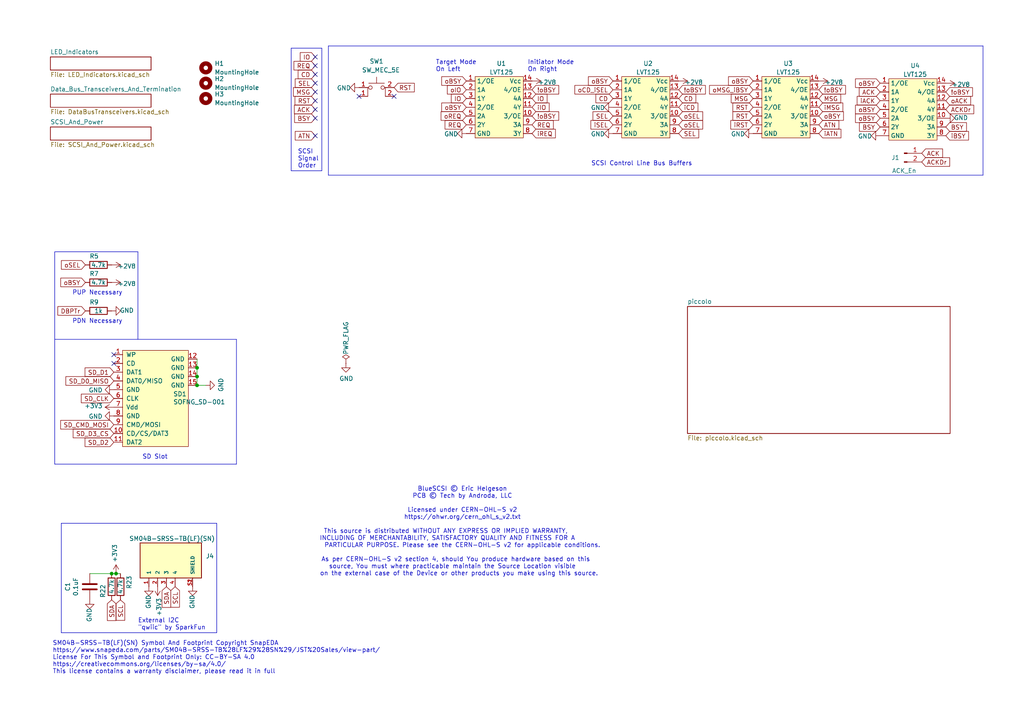
<source format=kicad_sch>
(kicad_sch (version 20231120) (generator "eeschema") (generator_version "8.0")
  (paper "A4")
  (title_block (title "BlueSCSI V2, Desktop 50 Pin, Top Connector, 2023.10a") (date "October 2023") (rev "1") (company "Tech by Androda, LLC"))
  (lib_symbols
    (symbol "Connector:Conn_01x02_Male" (pin_names (offset 1.016) hide)
      (property "Reference" "J" (at 0 2.54 0))
      (property "Value" "Conn_01x02_Male" (at 0 -5.08 0))
      (symbol "Conn_01x02_Male_1_1"
        (polyline (pts (xy 1.27 -2.54) (xy 0.8636 -2.54)) (stroke (width 0.1524)))
        (polyline (pts (xy 1.27 0) (xy 0.8636 0)) (stroke (width 0.1524)))
        (rectangle (start 0.8636 -2.413) (end 0 -2.667) (stroke (width 0.1524)) (fill (type outline)))
        (rectangle (start 0.8636 0.127) (end 0 -0.127) (stroke (width 0.1524)) (fill (type outline)))
        (pin passive line (at 5.08 0 180) (length 3.81) (name "Pin_1") (number "1"))
        (pin passive line (at 5.08 -2.54 180) (length 3.81) (name "Pin_2") (number "2"))
      )
    )
    (symbol "Device:C" (pin_numbers hide) (pin_names (offset 0.254))
      (property "Reference" "C" (at 0.635 2.54 0))
      (property "Value" "C" (at 0.635 -2.54 0))
      (symbol "C_0_1"
        (polyline (pts (xy -2.032 -0.762) (xy 2.032 -0.762)) (stroke (width 0.508)))
        (polyline (pts (xy -2.032 0.762) (xy 2.032 0.762)) (stroke (width 0.508)))
      )
      (symbol "C_1_1"
        (pin passive line (at 0 3.81 270) (length 2.794) (name "~") (number "1"))
        (pin passive line (at 0 -3.81 90) (length 2.794) (name "~") (number "2"))
      )
    )
    (symbol "Device:R" (pin_numbers hide) (pin_names (offset 0))
      (property "Reference" "R" (at 2.032 0 90))
      (property "Value" "R" (at 0 0 90))
      (symbol "R_0_1"
        (rectangle (start -1.016 -2.54) (end 1.016 2.54) (stroke (width 0.254)))
      )
      (symbol "R_1_1"
        (pin passive line (at 0 3.81 270) (length 1.27) (name "~") (number "1"))
        (pin passive line (at 0 -3.81 90) (length 1.27) (name "~") (number "2"))
      )
    )
    (symbol "Mechanical:MountingHole" (pin_names (offset 1.016))
      (property "Reference" "H" (at 0 5.08 0))
      (property "Value" "MountingHole" (at 0 3.175 0))
      (symbol "MountingHole_0_1"
        (circle (center 0 0) (radius 1.27) (stroke (width 1.27)))
      )
    )
    (symbol "New_Library:LVT125"
      (property "Reference" "U" (at 0 0 0))
      (property "Value" "LVT125" (at 0 2.54 0))
      (symbol "LVT125_0_1"
        (rectangle (start -7.62 -1.27) (end 6.35 -19.05) (fill (type background)))
        (rectangle (start 7.62 -12.7) (end 7.62 -12.7))
      )
      (symbol "LVT125_1_1"
        (pin input line (at -10.16 -2.54 0) (length 2.54) (name "1/OE") (number "1"))
        (pin bidirectional line (at 8.89 -12.7 180) (length 2.54) (name "3/OE") (number "10"))
        (pin bidirectional line (at 8.89 -10.16 180) (length 2.54) (name "4Y") (number "11"))
        (pin bidirectional line (at 8.89 -7.62 180) (length 2.54) (name "4A") (number "12"))
        (pin bidirectional line (at 8.89 -5.08 180) (length 2.54) (name "4/OE") (number "13"))
        (pin bidirectional line (at 8.89 -2.54 180) (length 2.54) (name "Vcc") (number "14"))
        (pin bidirectional line (at -10.16 -5.08 0) (length 2.54) (name "1A") (number "2"))
        (pin bidirectional line (at -10.16 -7.62 0) (length 2.54) (name "1Y") (number "3"))
        (pin bidirectional line (at -10.16 -10.16 0) (length 2.54) (name "2/OE") (number "4"))
        (pin bidirectional line (at -10.16 -12.7 0) (length 2.54) (name "2A") (number "5"))
        (pin bidirectional line (at -10.16 -15.24 0) (length 2.54) (name "2Y") (number "6"))
        (pin bidirectional line (at -10.16 -17.78 0) (length 2.54) (name "GND") (number "7"))
        (pin bidirectional line (at 8.89 -17.78 180) (length 2.54) (name "3Y") (number "8"))
        (pin bidirectional line (at 8.89 -15.24 180) (length 2.54) (name "3A") (number "9"))
      )
    )
    (symbol "New_Library:SM04B-SRSS-TB(LF)(SN)" (pin_names (offset 1.016))
      (property "Reference" "J" (at -5.0831 8.1433 0))
      (property "Value" "SM04B-SRSS-TB(LF)(SN)" (at 7.62 -15.24 90))
      (symbol "SM04B-SRSS-TB(LF)(SN)_0_0"
        (rectangle (start -5.08 -10.16) (end 5.08 7.62) (stroke (width 0.254)) (fill (type background)))
        (pin passive line (at -7.62 5.08 0) (length 2.54) (name "1") (number "1"))
        (pin passive line (at -7.62 2.54 0) (length 2.54) (name "2") (number "2"))
        (pin passive line (at -7.62 0 0) (length 2.54) (name "3") (number "3"))
        (pin passive line (at -7.62 -2.54 0) (length 2.54) (name "4") (number "4"))
        (pin passive line (at -7.62 -7.62 0) (length 2.54) (name "SHIELD") (number "S1"))
        (pin passive line (at -7.62 -7.62 0) (length 2.54) (name "SHIELD") (number "S2"))
      )
    )
    (symbol "Switch:SW_MEC_5E" (pin_names (offset 1.016) hide)
      (property "Reference" "SW1" (at 0 10.16 0))
      (property "Value" "SW_MEC_5E" (at 0 7.62 0))
      (symbol "SW_MEC_5E_0_1"
        (circle (center -1.778 2.54) (radius 0.508))
        (polyline (pts (xy -2.286 3.81) (xy 2.286 3.81)))
        (polyline (pts (xy 0 3.81) (xy 0 5.588)))
        (polyline (pts (xy -2.54 0) (xy -2.54 2.54) (xy -2.286 2.54)))
        (polyline (pts (xy 2.54 0) (xy 2.54 2.54) (xy 2.286 2.54)))
        (circle (center 1.778 2.54) (radius 0.508))
        (pin passive line (at -5.08 2.54 0) (length 2.54) (name "1") (number "1"))
        (pin passive line (at -5.08 0 0) (length 2.54) (name "2") (number "1"))
        (pin passive line (at 5.08 2.54 180) (length 2.54) (name "A") (number "2"))
        (pin passive line (at 5.08 0 180) (length 2.54) (name "K") (number "2"))
      )
    )
    (symbol "custom_symbols:SOFNG_SD-001" (pin_names (offset 1.016))
      (property "Reference" "SD" (at 0 0 0))
      (property "Value" "custom_symbols_SOFNG_SD-001" (at 0 2.54 0))
      (symbol "SOFNG_SD-001_0_1"
        (rectangle (start -3.81 -2.54) (end 15.24 -30.48) (fill (type background)))
      )
      (symbol "SOFNG_SD-001_1_1"
        (pin input line (at -6.35 -3.81 0) (length 2.54) (name "WP") (number "1"))
        (pin input line (at -6.35 -26.67 0) (length 2.54) (name "CD/CS/DAT3") (number "10"))
        (pin input line (at -6.35 -29.21 0) (length 2.54) (name "DAT2") (number "11"))
        (pin power_in line (at 17.78 -5.08 180) (length 2.54) (name "GND") (number "12"))
        (pin power_in line (at 17.78 -7.62 180) (length 2.54) (name "GND") (number "13"))
        (pin power_in line (at 17.78 -10.16 180) (length 2.54) (name "GND") (number "14"))
        (pin power_in line (at 17.78 -12.7 180) (length 2.54) (name "GND") (number "15"))
        (pin input line (at -6.35 -6.35 0) (length 2.54) (name "CD") (number "2"))
        (pin input line (at -6.35 -8.89 0) (length 2.54) (name "DAT1") (number "3"))
        (pin input line (at -6.35 -11.43 0) (length 2.54) (name "DAT0/MISO") (number "4"))
        (pin power_in line (at -6.35 -13.97 0) (length 2.54) (name "GND") (number "5"))
        (pin input line (at -6.35 -16.51 0) (length 2.54) (name "CLK") (number "6"))
        (pin power_in line (at -6.35 -19.05 0) (length 2.54) (name "Vdd") (number "7"))
        (pin power_in line (at -6.35 -21.59 0) (length 2.54) (name "GND") (number "8"))
        (pin input line (at -6.35 -24.13 0) (length 2.54) (name "CMD/MOSI") (number "9"))
      )
    )
    (symbol "power:+2V8" (power) (pin_names (offset 0))
      (property "Value" "+2V8" (at 0 3.556 0))
      (symbol "+2V8_0_1"
        (polyline (pts (xy -0.762 1.27) (xy 0 2.54)))
        (polyline (pts (xy 0 0) (xy 0 2.54)))
        (polyline (pts (xy 0 2.54) (xy 0.762 1.27)))
      )
      (symbol "+2V8_1_1"
        (pin power_in line (at 0 0 90) (length 0) hide (name "+2V8") (number "1"))
      )
    )
    (symbol "power:+3V3" (power) (pin_names (offset 0))
      (property "Value" "+3V3" (at 0 3.556 0))
      (symbol "+3V3_0_1"
        (polyline (pts (xy -0.762 1.27) (xy 0 2.54)))
        (polyline (pts (xy 0 0) (xy 0 2.54)))
        (polyline (pts (xy 0 2.54) (xy 0.762 1.27)))
      )
      (symbol "+3V3_1_1"
        (pin power_in line (at 0 0 90) (length 0) hide (name "+3V3") (number "1"))
      )
    )
    (symbol "power:GND" (power) (pin_names (offset 0))
      (property "Value" "GND" (at 0 -3.81 0))
      (symbol "GND_0_1"
        (polyline (pts (xy 0 0) (xy 0 -1.27) (xy 1.27 -1.27) (xy 0 -2.54) (xy -1.27 -1.27) (xy 0 -1.27)))
      )
      (symbol "GND_1_1"
        (pin power_in line (at 0 0 270) (length 0) hide (name "GND") (number "1"))
      )
    )
    (symbol "power:PWR_FLAG" (power) (pin_numbers hide) (pin_names (offset 0) hide)
      (property "Value" "PWR_FLAG" (at 0 3.81 0))
      (symbol "PWR_FLAG_0_0"
        (pin power_out line (at 0 0 90) (length 0) (name "~") (number "1"))
      )
      (symbol "PWR_FLAG_0_1"
        (polyline (pts (xy 0 0) (xy 0 1.27) (xy -1.016 1.905) (xy 0 2.54) (xy 1.016 1.905) (xy 0 1.27)))
      )
    )
  )
  (junction (at 57.15 109.22))
  (junction (at 32.385 166.37))
  (junction (at 33.655 166.37))
  (junction (at 57.15 106.68))
  (junction (at 57.15 111.76))
  (no_connect (at 91.44 19.05))
  (no_connect (at 91.44 34.29))
  (no_connect (at 91.44 29.21))
  (no_connect (at 91.44 26.67))
  (no_connect (at 104.14 27.94))
  (no_connect (at 91.44 16.51))
  (no_connect (at 91.44 24.13))
  (no_connect (at 91.44 21.59))
  (no_connect (at 91.44 31.75))
  (no_connect (at 114.3 27.94))
  (no_connect (at 91.44 39.37))
  (no_connect (at 33.02 105.41))
  (no_connect (at 33.02 102.87))
  (polyline (pts (xy 84.455 49.53) (xy 93.345 49.53)))
  (polyline (pts (xy 62.865 183.515) (xy 17.78 183.515)))
  (polyline (pts (xy 17.78 151.765) (xy 62.865 151.765)))
  (wire (pts (xy 57.15 106.68) (xy 57.15 109.22)))
  (wire (pts (xy 57.15 109.22) (xy 57.15 111.76)))
  (polyline (pts (xy 15.875 98.425) (xy 15.875 134.62)))
  (polyline (pts (xy 15.875 98.425) (xy 15.875 73.025)))
  (wire (pts (xy 33.655 166.37) (xy 34.925 166.37)))
  (polyline (pts (xy 15.875 73.025) (xy 40.005 73.025)))
  (wire (pts (xy 57.15 104.14) (xy 57.15 106.68)))
  (polyline (pts (xy 40.005 73.025) (xy 40.005 98.425)))
  (wire (pts (xy 26.035 166.37) (xy 32.385 166.37)))
  (wire (pts (xy 59.69 111.76) (xy 57.15 111.76)))
  (polyline (pts (xy 17.78 183.515) (xy 17.78 151.765)))
  (polyline (pts (xy 285.115 50.8) (xy 95.25 50.8)))
  (polyline (pts (xy 93.345 49.53) (xy 93.345 13.97)))
  (polyline (pts (xy 84.455 13.97) (xy 84.455 49.53)))
  (polyline (pts (xy 15.875 98.425) (xy 68.58 98.425)))
  (polyline (pts (xy 95.25 13.335) (xy 285.115 13.335)))
  (wire (pts (xy 32.385 166.37) (xy 33.655 166.37)))
  (polyline (pts (xy 68.58 134.62) (xy 68.58 98.425)))
  (polyline (pts (xy 84.455 13.97) (xy 93.345 13.97)))
  (polyline (pts (xy 95.25 50.8) (xy 95.25 13.335)))
  (polyline (pts (xy 62.865 151.765) (xy 62.865 183.515)))
  (polyline (pts (xy 15.875 134.62) (xy 68.58 134.62)))
  (polyline (pts (xy 285.115 13.335) (xy 285.115 50.8)))
  (text "Target Mode\nOn Left" (at 126.365 20.955 0) (effects (font (size 1.27 1.27)) (justify left bottom)))
  (text "SCSI Control Line Bus Buffers" (at 171.45 48.26 0) (effects (font (size 1.27 1.27)) (justify left bottom)))
  (text "Initiator Mode\nOn Right" (at 153.035 20.955 0) (effects (font (size 1.27 1.27)) (justify left bottom)))
  (text "SM04B-SRSS-TB(LF)(SN) Symbol And Footprint Copyright SnapEDA\nhttps://www.snapeda.com/parts/SM04B-SRSS-TB%28LF%29%28SN%29/JST%20Sales/view-part/\nLicense For This Symbol and Footprint Only: CC-BY-SA 4.0\nhttps://creativecommons.org/licenses/by-sa/4.0/\nThis license contains a warranty disclaimer, please read it in full" (at 15.24 195.58 0) (effects (font (size 1.27 1.27)) (justify left bottom)))
  (text "External I2C\n\"qwiic\" by SparkFun" (at 40.005 182.88 0) (effects (font (size 1.27 1.27)) (justify left bottom)))
  (text "SCSI\nSignal\nOrder" (at 86.36 48.895 0) (effects (font (size 1.27 1.27)) (justify left bottom)))
  (text "SD Slot" (at 41.275 133.35 0) (effects (font (size 1.27 1.27)) (justify left bottom)))
  (text "BlueSCSI © Eric Helgeson\nPCB © Tech by Androda, LLC\n\nLicensed under CERN-OHL-S v2\nhttps://ohwr.org/cern_ohl_s_v2.txt\n\nThis source is distributed WITHOUT ANY EXPRESS OR IMPLIED WARRANTY,          \nINCLUDING OF MERCHANTABILITY, SATISFACTORY QUALITY AND FITNESS FOR A         \nPARTICULAR PURPOSE. Please see the CERN-OHL-S v2 for applicable conditions.\n\nAs per CERN-OHL-S v2 section 4, should You produce hardware based on this    \nsource, You must where practicable maintain the Source Location visible      \non the external case of the Device or other products you make using this source.  \n" (at 134.112 154.178 0) (effects (font (size 1.27 1.27))))
  (text "PUP Necessary" (at 20.955 85.725 0) (effects (font (size 1.27 1.27)) (justify left bottom)))
  (text "PDN Necessary" (at 20.955 93.98 0) (effects (font (size 1.27 1.27)) (justify left bottom)))
  (global_label "oSEL" (shape input) (at 24.765 76.835 180) (property "Intersheetrefs" "${INTERSHEET_REFS}" (effects (hide yes))))
  (global_label "MSG" (shape input) (at 237.49 28.575 0) (property "Intersheetrefs" "${INTERSHEET_REFS}" (effects (hide yes))))
  (global_label "iATN" (shape input) (at 237.49 38.735 0) (property "Intersheetrefs" "${INTERSHEET_REFS}" (effects (hide yes))))
  (global_label "CD" (shape input) (at 177.8 28.575 180) (property "Intersheetrefs" "${INTERSHEET_REFS}" (effects (hide yes))))
  (global_label "oSEL" (shape input) (at 196.85 33.655 0) (property "Intersheetrefs" "${INTERSHEET_REFS}" (effects (hide yes))))
  (global_label "IO" (shape input) (at 154.305 28.575 0) (property "Intersheetrefs" "${INTERSHEET_REFS}" (effects (hide yes))))
  (global_label "DBPTr" (shape input) (at 24.765 90.17 180) (property "Intersheetrefs" "${INTERSHEET_REFS}" (effects (hide yes))))
  (global_label "SD_D1" (shape input) (at 33.02 107.95 180) (property "Intersheetrefs" "${INTERSHEET_REFS}" (effects (hide yes))))
  (global_label "MSG" (shape input) (at 91.44 26.67 180) (property "Intersheetrefs" "${INTERSHEET_REFS}" (effects (hide yes))))
  (global_label "IO" (shape input) (at 91.44 16.51 180) (property "Intersheetrefs" "${INTERSHEET_REFS}" (effects (hide yes))))
  (global_label "oIO" (shape input) (at 135.255 26.035 180) (property "Intersheetrefs" "${INTERSHEET_REFS}" (effects (hide yes))))
  (global_label "REQ" (shape input) (at 91.44 19.05 180) (property "Intersheetrefs" "${INTERSHEET_REFS}" (effects (hide yes))))
  (global_label "oBSY" (shape input) (at 255.27 24.13 180) (property "Intersheetrefs" "${INTERSHEET_REFS}" (effects (hide yes))))
  (global_label "ACKDr" (shape input) (at 267.335 46.99 0) (property "Intersheetrefs" "${INTERSHEET_REFS}" (effects (hide yes))))
  (global_label "oBSY" (shape input) (at 177.8 23.495 180) (property "Intersheetrefs" "${INTERSHEET_REFS}" (effects (hide yes))))
  (global_label "!oBSY" (shape input) (at 154.305 26.035 0) (property "Intersheetrefs" "${INTERSHEET_REFS}" (effects (hide yes))))
  (global_label "oACK" (shape input) (at 274.32 29.21 0) (property "Intersheetrefs" "${INTERSHEET_REFS}" (effects (hide yes))))
  (global_label "oBSY" (shape input) (at 255.27 31.75 180) (property "Intersheetrefs" "${INTERSHEET_REFS}" (effects (hide yes))))
  (global_label "BSY" (shape input) (at 255.27 36.83 180) (property "Intersheetrefs" "${INTERSHEET_REFS}" (effects (hide yes))))
  (global_label "oMSG_iBSY" (shape input) (at 218.44 26.035 180) (property "Intersheetrefs" "${INTERSHEET_REFS}" (effects (hide yes))))
  (global_label "iMSG" (shape input) (at 237.49 31.115 0) (property "Intersheetrefs" "${INTERSHEET_REFS}" (effects (hide yes))))
  (global_label "REQ" (shape input) (at 154.305 36.195 0) (property "Intersheetrefs" "${INTERSHEET_REFS}" (effects (hide yes))))
  (global_label "ATN" (shape input) (at 237.49 36.195 0) (property "Intersheetrefs" "${INTERSHEET_REFS}" (effects (hide yes))))
  (global_label "SD_CMD_MOSI" (shape input) (at 33.02 123.19 180) (property "Intersheetrefs" "${INTERSHEET_REFS}" (effects (hide yes))))
  (global_label "RST" (shape input) (at 218.44 31.115 180) (property "Intersheetrefs" "${INTERSHEET_REFS}" (effects (hide yes))))
  (global_label "IO" (shape input) (at 135.255 28.575 180) (property "Intersheetrefs" "${INTERSHEET_REFS}" (effects (hide yes))))
  (global_label "BSY" (shape input) (at 274.32 36.83 0) (property "Intersheetrefs" "${INTERSHEET_REFS}" (effects (hide yes))))
  (global_label "oBSY" (shape input) (at 237.49 33.655 0) (property "Intersheetrefs" "${INTERSHEET_REFS}" (effects (hide yes))))
  (global_label "SDA" (shape input) (at 32.385 173.99 270) (property "Intersheetrefs" "${INTERSHEET_REFS}" (effects (hide yes))))
  (global_label "ATN" (shape input) (at 91.44 39.37 180) (property "Intersheetrefs" "${INTERSHEET_REFS}" (effects (hide yes))))
  (global_label "oBSY" (shape input) (at 135.255 31.115 180) (property "Intersheetrefs" "${INTERSHEET_REFS}" (effects (hide yes))))
  (global_label "SD_D0_MISO" (shape input) (at 33.02 110.49 180) (property "Intersheetrefs" "${INTERSHEET_REFS}" (effects (hide yes))))
  (global_label "oBSY" (shape input) (at 218.44 23.495 180) (property "Intersheetrefs" "${INTERSHEET_REFS}" (effects (hide yes))))
  (global_label "BSY" (shape input) (at 91.44 34.29 180) (property "Intersheetrefs" "${INTERSHEET_REFS}" (effects (hide yes))))
  (global_label "iIO" (shape input) (at 154.305 31.115 0) (property "Intersheetrefs" "${INTERSHEET_REFS}" (effects (hide yes))))
  (global_label "iREQ" (shape input) (at 154.305 38.735 0) (property "Intersheetrefs" "${INTERSHEET_REFS}" (effects (hide yes))))
  (global_label "SCL" (shape input) (at 50.8 170.18 270) (property "Intersheetrefs" "${INTERSHEET_REFS}" (effects (hide yes))))
  (global_label "iSEL" (shape input) (at 177.8 36.195 180) (property "Intersheetrefs" "${INTERSHEET_REFS}" (effects (hide yes))))
  (global_label "ACK" (shape input) (at 267.335 44.45 0) (property "Intersheetrefs" "${INTERSHEET_REFS}" (effects (hide yes))))
  (global_label "oREQ" (shape input) (at 135.255 33.655 180) (property "Intersheetrefs" "${INTERSHEET_REFS}" (effects (hide yes))))
  (global_label "ACK" (shape input) (at 91.44 31.75 180) (property "Intersheetrefs" "${INTERSHEET_REFS}" (effects (hide yes))))
  (global_label "oBSY" (shape input) (at 255.27 34.29 180) (property "Intersheetrefs" "${INTERSHEET_REFS}" (effects (hide yes))))
  (global_label "RST" (shape input) (at 218.44 33.655 180) (property "Intersheetrefs" "${INTERSHEET_REFS}" (effects (hide yes))))
  (global_label "SEL" (shape input) (at 196.85 38.735 0) (property "Intersheetrefs" "${INTERSHEET_REFS}" (effects (hide yes))))
  (global_label "ACKDr" (shape input) (at 274.32 31.75 0) (property "Intersheetrefs" "${INTERSHEET_REFS}" (effects (hide yes))))
  (global_label "oCD_iSEL" (shape input) (at 177.8 26.035 180) (property "Intersheetrefs" "${INTERSHEET_REFS}" (effects (hide yes))))
  (global_label "RST" (shape input) (at 91.44 29.21 180) (property "Intersheetrefs" "${INTERSHEET_REFS}" (effects (hide yes))))
  (global_label "SD_D2" (shape input) (at 33.02 128.27 180) (property "Intersheetrefs" "${INTERSHEET_REFS}" (effects (hide yes))))
  (global_label "CD" (shape input) (at 91.44 21.59 180) (property "Intersheetrefs" "${INTERSHEET_REFS}" (effects (hide yes))))
  (global_label "SEL" (shape input) (at 91.44 24.13 180) (property "Intersheetrefs" "${INTERSHEET_REFS}" (effects (hide yes))))
  (global_label "!oBSY" (shape input) (at 196.85 26.035 0) (property "Intersheetrefs" "${INTERSHEET_REFS}" (effects (hide yes))))
  (global_label "REQ" (shape input) (at 135.255 36.195 180) (property "Intersheetrefs" "${INTERSHEET_REFS}" (effects (hide yes))))
  (global_label "SEL" (shape input) (at 177.8 33.655 180) (property "Intersheetrefs" "${INTERSHEET_REFS}" (effects (hide yes))))
  (global_label "RST" (shape input) (at 114.3 25.4 0) (property "Intersheetrefs" "${INTERSHEET_REFS}" (effects (hide yes))))
  (global_label "!oBSY" (shape input) (at 237.49 26.035 0) (property "Intersheetrefs" "${INTERSHEET_REFS}" (effects (hide yes))))
  (global_label "!oBSY" (shape input) (at 154.305 33.655 0) (property "Intersheetrefs" "${INTERSHEET_REFS}" (effects (hide yes))))
  (global_label "iRST" (shape input) (at 218.44 36.195 180) (property "Intersheetrefs" "${INTERSHEET_REFS}" (effects (hide yes))))
  (global_label "oBSY" (shape input) (at 135.255 23.495 180) (property "Intersheetrefs" "${INTERSHEET_REFS}" (effects (hide yes))))
  (global_label "iACK" (shape input) (at 255.27 29.21 180) (property "Intersheetrefs" "${INTERSHEET_REFS}" (effects (hide yes))))
  (global_label "iBSY" (shape input) (at 274.32 39.37 0) (property "Intersheetrefs" "${INTERSHEET_REFS}" (effects (hide yes))))
  (global_label "SD_CLK" (shape input) (at 33.02 115.57 180) (property "Intersheetrefs" "${INTERSHEET_REFS}" (effects (hide yes))))
  (global_label "SCL" (shape input) (at 34.925 173.99 270) (property "Intersheetrefs" "${INTERSHEET_REFS}" (effects (hide yes))))
  (global_label "SDA" (shape input) (at 48.26 170.18 270) (property "Intersheetrefs" "${INTERSHEET_REFS}" (effects (hide yes))))
  (global_label "oBSY" (shape input) (at 24.765 81.915 180) (property "Intersheetrefs" "${INTERSHEET_REFS}" (effects (hide yes))))
  (global_label "oSEL" (shape input) (at 196.85 36.195 0) (property "Intersheetrefs" "${INTERSHEET_REFS}" (effects (hide yes))))
  (global_label "SD_D3_CS" (shape input) (at 33.02 125.73 180) (property "Intersheetrefs" "${INTERSHEET_REFS}" (effects (hide yes))))
  (global_label "iCD" (shape input) (at 196.85 31.115 0) (property "Intersheetrefs" "${INTERSHEET_REFS}" (effects (hide yes))))
  (global_label "CD" (shape input) (at 196.85 28.575 0) (property "Intersheetrefs" "${INTERSHEET_REFS}" (effects (hide yes))))
  (global_label "MSG" (shape input) (at 218.44 28.575 180) (property "Intersheetrefs" "${INTERSHEET_REFS}" (effects (hide yes))))
  (global_label "!oBSY" (shape input) (at 274.32 26.67 0) (property "Intersheetrefs" "${INTERSHEET_REFS}" (effects (hide yes))))
  (global_label "ACK" (shape input) (at 255.27 26.67 180) (property "Intersheetrefs" "${INTERSHEET_REFS}" (effects (hide yes))))
  (symbol (lib_id "power:GND") (at 218.44 38.735 270) (unit 1)
    (property "Reference" "#PWR010" (effects (hide yes)))
    (property "Value" "GND" (at 214.0458 38.862 90))
  )
  (symbol (lib_id "New_Library:LVT125") (at 228.6 20.955 0) (unit 1)
    (property "Reference" "U3" (at 228.6 18.415 0))
    (property "Value" "LVT125" (at 228.6 20.955 0))
    (property "Footprint" "Package_SO:SO-14_3.9x8.65mm_P1.27mm" (effects (hide yes)))
    (property "LCSC" "C548964" (effects (hide yes)))
  )
  (symbol (lib_id "power:GND") (at 59.69 111.76 90) (unit 1)
    (property "Reference" "#PWR021" (effects (hide yes)))
    (property "Value" "GND" (at 64.0842 111.633 0))
  )
  (symbol (lib_id "power:+2V8") (at 237.49 23.495 270) (unit 1)
    (property "Reference" "#PWR03" (effects (hide yes)))
    (property "Value" "+2V8" (at 241.8842 23.876 90))
  )
  (symbol (lib_id "Mechanical:MountingHole") (at 59.69 24.13 0) (unit 1)
    (property "Reference" "H2" (at 62.23 22.8599 0) (effects (justify left)))
    (property "Value" "MountingHole" (at 62.23 25.3999 0) (effects (justify left)))
    (property "Footprint" "MountingHole:MountingHole_3.2mm_M3" (effects (hide yes)))
  )
  (symbol (lib_id "power:GND") (at 177.8 38.735 270) (unit 1)
    (property "Reference" "#PWR09" (effects (hide yes)))
    (property "Value" "GND" (at 173.4058 38.862 90))
  )
  (symbol (lib_id "power:GND") (at 43.18 170.18 0) (mirror y) (unit 1)
    (property "Reference" "#PWR031" (effects (hide yes)))
    (property "Value" "GND" (at 43.053 174.5742 90))
  )
  (symbol (lib_id "Device:C") (at 26.035 170.18 180) (unit 1)
    (property "Reference" "C1" (at 19.6342 170.18 90))
    (property "Value" "0.1uF" (at 21.9456 170.18 90))
    (property "Footprint" "Capacitor_SMD:C_0805_2012Metric" (effects (hide yes)))
  )
  (symbol (lib_id "power:GND") (at 255.27 39.37 270) (unit 1)
    (property "Reference" "#PWR011" (effects (hide yes)))
    (property "Value" "GND" (at 250.8758 39.497 90))
  )
  (symbol (lib_id "power:GND") (at 177.8 31.115 270) (unit 1)
    (property "Reference" "#PWR05" (effects (hide yes)))
    (property "Value" "GND" (at 173.4058 31.242 90))
  )
  (symbol (lib_id "Device:R") (at 28.575 90.17 90) (unit 1)
    (property "Reference" "R9" (at 27.305 87.63 90))
    (property "Value" "1k" (at 28.575 90.17 90))
    (property "Footprint" "Resistor_SMD:R_0402_1005Metric" (effects (hide yes)))
  )
  (symbol (lib_id "custom_symbols:SOFNG_SD-001") (at 39.37 99.06 0) (unit 1)
    (property "Reference" "SD1" (at 50.2412 114.2746 0) (effects (justify left)))
    (property "Value" "SOFNG_SD-001" (at 50.2412 116.586 0) (effects (justify left)))
    (property "Footprint" "CustomFootprints:SOFNG_SD-001" (effects (hide yes)))
  )
  (symbol (lib_id "power:+2V8") (at 154.305 23.495 270) (unit 1)
    (property "Reference" "#PWR01" (effects (hide yes)))
    (property "Value" "+2V8" (at 158.6992 23.876 90))
  )
  (symbol (lib_id "power:GND") (at 32.385 90.17 90) (unit 1)
    (property "Reference" "#PWR018" (effects (hide yes)))
    (property "Value" "GND" (at 36.7792 90.043 90))
  )
  (symbol (lib_id "Mechanical:MountingHole") (at 59.69 19.685 0) (unit 1)
    (property "Reference" "H1" (at 62.23 18.4149 0) (effects (justify left)))
    (property "Value" "MountingHole" (at 62.23 20.9549 0) (effects (justify left)))
    (property "Footprint" "MountingHole:MountingHole_3.2mm_M3" (effects (hide yes)))
  )
  (symbol (lib_id "New_Library:LVT125") (at 187.96 20.955 0) (unit 1)
    (property "Reference" "U2" (at 187.96 18.415 0))
    (property "Value" "LVT125" (at 187.96 20.955 0))
    (property "Footprint" "Package_SO:SO-14_3.9x8.65mm_P1.27mm" (effects (hide yes)))
    (property "LCSC" "C548964" (effects (hide yes)))
  )
  (symbol (lib_id "power:+2V8") (at 32.385 81.915 270) (unit 1)
    (property "Reference" "#PWR015" (effects (hide yes)))
    (property "Value" "+2V8" (at 36.7792 82.296 90))
  )
  (symbol (lib_id "power:GND") (at 135.255 38.735 270) (unit 1)
    (property "Reference" "#PWR08" (effects (hide yes)))
    (property "Value" "GND" (at 130.8608 38.862 90))
  )
  (symbol (lib_id "Device:R") (at 28.575 76.835 90) (unit 1)
    (property "Reference" "R5" (at 27.305 74.295 90))
    (property "Value" "4.7k" (at 28.575 76.835 90))
    (property "Footprint" "Resistor_SMD:R_0603_1608Metric" (effects (hide yes)))
  )
  (symbol (lib_id "Connector:Conn_01x02_Male") (at 262.255 44.45 0) (unit 1)
    (property "Reference" "J1" (at 259.715 45.72 0))
    (property "Value" "ACK_En" (at 262.255 49.53 0))
    (property "Footprint" "Jumper:SolderJumper-2_P1.3mm_Open_RoundedPad1.0x1.5mm" (effects (hide yes)))
  )
  (symbol (lib_id "power:GND") (at 26.035 173.99 0) (mirror y) (unit 1)
    (property "Reference" "#PWR034" (effects (hide yes)))
    (property "Value" "GND" (at 25.908 178.3842 90))
  )
  (symbol (lib_id "New_Library:LVT125") (at 145.415 20.955 0) (unit 1)
    (property "Reference" "U1" (at 145.415 18.415 0))
    (property "Value" "LVT125" (at 145.415 20.955 0))
    (property "Footprint" "Package_SO:SO-14_3.9x8.65mm_P1.27mm" (effects (hide yes)))
    (property "LCSC" "C548964" (effects (hide yes)))
  )
  (symbol (lib_id "Device:R") (at 28.575 81.915 90) (unit 1)
    (property "Reference" "R7" (at 27.305 79.375 90))
    (property "Value" "4.7k" (at 28.575 81.915 90))
    (property "Footprint" "Resistor_SMD:R_0603_1608Metric" (effects (hide yes)))
  )
  (symbol (lib_id "New_Library:LVT125") (at 265.43 21.59 0) (unit 1)
    (property "Reference" "U4" (at 265.43 19.05 0))
    (property "Value" "LVT125" (at 265.43 21.59 0))
    (property "Footprint" "Package_SO:SO-14_3.9x8.65mm_P1.27mm" (effects (hide yes)))
    (property "LCSC" "C548964" (effects (hide yes)))
  )
  (symbol (lib_id "power:GND") (at 104.14 25.4 270) (unit 1)
    (property "Reference" "#PWR06" (effects (hide yes)))
    (property "Value" "GND" (at 99.7458 25.527 90))
  )
  (symbol (lib_id "power:GND") (at 274.32 34.29 90) (unit 1)
    (property "Reference" "#PWR07" (effects (hide yes)))
    (property "Value" "GND" (at 278.7142 34.163 90))
  )
  (symbol (lib_id "Mechanical:MountingHole") (at 59.69 28.575 0) (unit 1)
    (property "Reference" "H3" (at 62.23 27.3049 0) (effects (justify left)))
    (property "Value" "MountingHole" (at 62.23 29.8449 0) (effects (justify left)))
    (property "Footprint" "MountingHole:MountingHole_3.2mm_M3" (effects (hide yes)))
  )
  (symbol (lib_id "Switch:SW_MEC_5E") (at 109.22 27.94 0) (unit 1)
    (property "Reference" "SW1" (at 109.22 17.78 0))
    (property "Value" "SW_MEC_5E" (at 110.49 20.32 0))
    (property "Footprint" "Library:TS-1187A-B-A-B" (effects (hide yes)))
    (property "Datasheet" "http://www.apem.com/int/index.php?controller=attachment&id_attachment=1371" (effects (hide yes)))
  )
  (symbol (lib_id "power:GND") (at 100.33 105.41 0) (unit 1)
    (property "Reference" "#PWR013" (effects (hide yes)))
    (property "Value" "GND" (at 100.457 109.8042 0))
  )
  (symbol (lib_id "power:+2V8") (at 196.85 23.495 270) (unit 1)
    (property "Reference" "#PWR02" (effects (hide yes)))
    (property "Value" "+2V8" (at 201.2442 23.876 90))
  )
  (symbol (lib_id "power:+3V3") (at 45.72 170.18 0) (mirror x) (unit 1)
    (property "Reference" "#PWR032" (effects (hide yes)))
    (property "Value" "+3V3" (at 46.101 173.4312 90) (effects (justify left)))
  )
  (symbol (lib_id "New_Library:SM04B-SRSS-TB(LF)(SN)") (at 48.26 162.56 90) (unit 1)
    (property "Reference" "J4" (at 59.69 161.2899 90) (effects (justify right)))
    (property "Value" "SM04B-SRSS-TB(LF)(SN)" (at 37.465 156.21 90) (effects (justify right)))
    (property "Footprint" "Library:JST_SM04B-SRSS-TB(LF)(SN)" (effects (hide yes)))
  )
  (symbol (lib_id "power:PWR_FLAG") (at 100.33 105.41 0) (unit 1)
    (property "Reference" "#FLG01" (effects (hide yes)))
    (property "Value" "PWR_FLAG" (at 100.33 98.044 90))
    (property "Description" "Special symbol for telling ERC where power comes from" (effects (hide yes)))
  )
  (symbol (lib_id "Device:R") (at 32.385 170.18 180) (unit 1)
    (property "Reference" "R22" (at 29.845 171.45 90))
    (property "Value" "4.7k" (at 32.385 170.18 90))
    (property "Footprint" "Resistor_SMD:R_0603_1608Metric" (effects (hide yes)))
  )
  (symbol (lib_id "power:+3V3") (at 33.02 118.11 90) (unit 1)
    (property "Reference" "#PWR026" (effects (hide yes)))
    (property "Value" "+3V3" (at 29.7688 117.729 90) (effects (justify left)))
  )
  (symbol (lib_id "power:GND") (at 33.02 113.03 270) (unit 1)
    (property "Reference" "#PWR023" (effects (hide yes)))
    (property "Value" "GND" (at 29.7688 113.157 90) (effects (justify right)))
  )
  (symbol (lib_id "power:+3V3") (at 33.655 166.37 0) (mirror y) (unit 1)
    (property "Reference" "#PWR030" (effects (hide yes)))
    (property "Value" "+3V3" (at 33.274 163.1188 90) (effects (justify left)))
  )
  (symbol (lib_id "power:+2V8") (at 32.385 76.835 270) (unit 1)
    (property "Reference" "#PWR012" (effects (hide yes)))
    (property "Value" "+2V8" (at 36.7792 77.216 90))
  )
  (symbol (lib_id "power:GND") (at 33.02 120.65 270) (unit 1)
    (property "Reference" "#PWR028" (effects (hide yes)))
    (property "Value" "GND" (at 29.7688 120.777 90) (effects (justify right)))
  )
  (symbol (lib_id "Device:R") (at 34.925 170.18 0) (unit 1)
    (property "Reference" "R23" (at 37.465 168.91 90))
    (property "Value" "4.7k" (at 34.925 170.18 90))
    (property "Footprint" "Resistor_SMD:R_0603_1608Metric" (effects (hide yes)))
  )
  (symbol (lib_id "power:+2V8") (at 274.32 24.13 270) (unit 1)
    (property "Reference" "#PWR04" (effects (hide yes)))
    (property "Value" "+2V8" (at 278.7142 24.511 90))
  )
  (symbol (lib_id "power:GND") (at 55.88 170.18 0) (mirror y) (unit 1)
    (property "Reference" "#PWR033" (effects (hide yes)))
    (property "Value" "GND" (at 55.753 174.5742 90))
  )
  (sheet (at 14.605 27.305) (size 29.21 3.81) (stroke (width 0.1524))
    (property "Sheetname" "Data_Bus_Transceivers_And_Termination" (at 14.605 26.5934 0) (effects (justify left bottom)))
    (property "Sheetfile" "DataBusTransceivers.kicad_sch" (at 14.605 31.6996 0) (effects (justify left top)))
  )
  (sheet (at 14.605 16.51) (size 29.21 3.81) (stroke (width 0.1524))
    (property "Sheetname" "LED_Indicators" (at 14.605 15.7984 0) (effects (justify left bottom)))
    (property "Sheetfile" "LED_Indicators.kicad_sch" (at 14.605 20.9046 0) (effects (justify left top)))
  )
  (sheet (at 199.39 88.9) (size 76.2 36.83) (stroke (width 0.1524))
    (property "Sheetname" "piccolo" (at 199.39 88.1884 0) (effects (justify left bottom)))
    (property "Sheetfile" "piccolo.kicad_sch" (at 199.39 126.3146 0) (effects (justify left top)))
  )
  (sheet (at 14.605 36.83) (size 29.21 3.81) (stroke (width 0.1524))
    (property "Sheetname" "SCSI_And_Power" (at 14.605 36.1184 0) (effects (justify left bottom)))
    (property "Sheetfile" "SCSI_And_Power.kicad_sch" (at 14.605 41.2246 0) (effects (justify left top)))
  )
)
</source>
